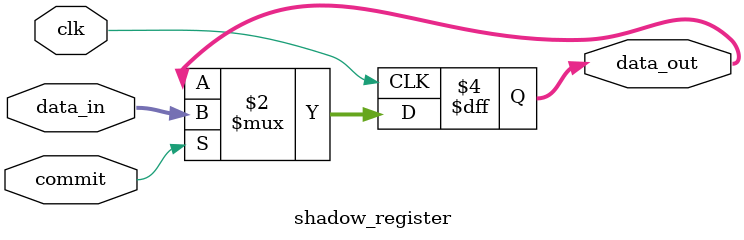
<source format=sv>
module shadow_reg #(parameter DW=16) (
    input clk, en, commit,
    input [DW-1:0] din,
    output [DW-1:0] dout
);
    // Internal connections
    wire [DW-1:0] working_data;
    
    // Working register submodule
    working_register #(
        .DATA_WIDTH(DW)
    ) u_working_register (
        .clk(clk),
        .en(en),
        .data_in(din),
        .data_out(working_data)
    );
    
    // Shadow register submodule
    shadow_register #(
        .DATA_WIDTH(DW)
    ) u_shadow_register (
        .clk(clk),
        .commit(commit),
        .data_in(working_data),
        .data_out(dout)
    );
endmodule

// Working register submodule
module working_register #(
    parameter DATA_WIDTH = 16
)(
    input clk,
    input en,
    input [DATA_WIDTH-1:0] data_in,
    output reg [DATA_WIDTH-1:0] data_out
);
    always @(posedge clk) begin
        if(en) data_out <= data_in;
    end
endmodule

// Shadow register submodule with combined always block
module shadow_register #(
    parameter DATA_WIDTH = 16
)(
    input clk,
    input commit,
    input [DATA_WIDTH-1:0] data_in,
    output reg [DATA_WIDTH-1:0] data_out
);
    always @(posedge clk) begin
        if(commit) data_out <= data_in;
    end
endmodule
</source>
